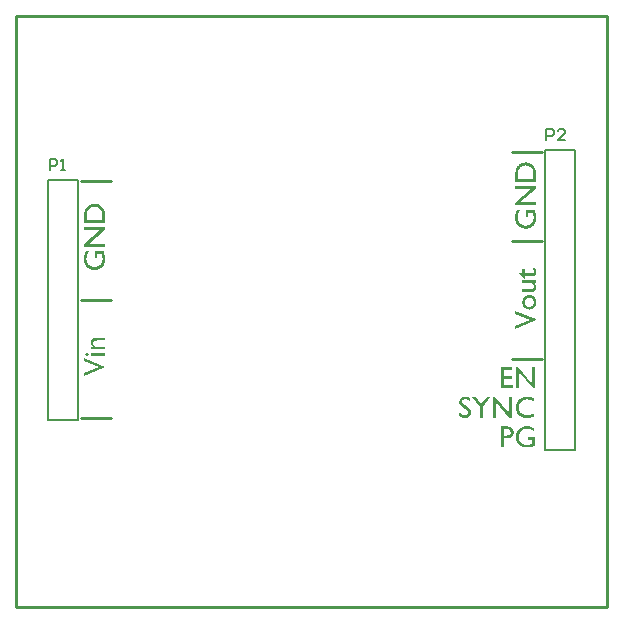
<source format=gto>
%FSLAX25Y25*%
%MOIN*%
G70*
G01*
G75*
G04 Layer_Color=65535*
%ADD10R,0.05906X0.05906*%
%ADD11C,0.05906*%
%ADD12C,0.03937*%
%ADD13C,0.19685*%
%ADD14C,0.01000*%
%ADD15C,0.00787*%
G36*
X370113Y391001D02*
Y390770D01*
X363138Y387795D01*
Y388787D01*
X368026Y390874D01*
X363138Y392949D01*
Y393952D01*
X370113Y391001D01*
D02*
G37*
G36*
X367215Y355458D02*
X367353D01*
X367526Y355435D01*
X367711Y355412D01*
X367918Y355378D01*
X368114Y355332D01*
X368137D01*
X368172Y355320D01*
X368207Y355309D01*
X368322Y355274D01*
X368483Y355228D01*
X368679Y355159D01*
X368898Y355089D01*
X369164Y354986D01*
X369452Y354871D01*
Y353856D01*
X369440Y353867D01*
X369394Y353890D01*
X369325Y353925D01*
X369244Y353971D01*
X369129Y354029D01*
X368991Y354086D01*
X368841Y354156D01*
X368679Y354225D01*
X368495Y354282D01*
X368299Y354352D01*
X367884Y354467D01*
X367665Y354513D01*
X367446Y354548D01*
X367215Y354571D01*
X366984Y354582D01*
X366869D01*
X366800Y354571D01*
X366696Y354559D01*
X366581Y354536D01*
X366454Y354513D01*
X366316Y354490D01*
X366016Y354386D01*
X365855Y354329D01*
X365693Y354248D01*
X365532Y354167D01*
X365370Y354052D01*
X365209Y353937D01*
X365059Y353798D01*
X365047Y353787D01*
X365024Y353764D01*
X364990Y353717D01*
X364944Y353660D01*
X364874Y353591D01*
X364817Y353498D01*
X364748Y353395D01*
X364678Y353268D01*
X364598Y353141D01*
X364528Y352991D01*
X364471Y352841D01*
X364413Y352668D01*
X364356Y352495D01*
X364321Y352299D01*
X364298Y352103D01*
X364286Y351896D01*
Y351884D01*
Y351838D01*
Y351780D01*
X364298Y351700D01*
X364309Y351596D01*
X364333Y351481D01*
X364356Y351354D01*
X364379Y351204D01*
X364471Y350904D01*
X364540Y350743D01*
X364609Y350581D01*
X364702Y350420D01*
X364805Y350258D01*
X364920Y350109D01*
X365059Y349959D01*
X365070Y349947D01*
X365093Y349924D01*
X365140Y349889D01*
X365197Y349843D01*
X365278Y349786D01*
X365370Y349717D01*
X365486Y349659D01*
X365601Y349590D01*
X365739Y349509D01*
X365901Y349451D01*
X366062Y349382D01*
X366247Y349324D01*
X366431Y349278D01*
X366638Y349244D01*
X366846Y349221D01*
X367077Y349209D01*
X367180D01*
X367238Y349221D01*
X367307D01*
X367480Y349244D01*
X367676Y349278D01*
X367918Y349324D01*
X368195Y349382D01*
X368495Y349474D01*
X368599Y349509D01*
Y350962D01*
X367261D01*
Y351850D01*
X369590D01*
Y348898D01*
X369579Y348886D01*
X369532Y348875D01*
X369463Y348852D01*
X369371Y348817D01*
X369256Y348771D01*
X369117Y348725D01*
X368956Y348679D01*
X368783Y348621D01*
X368599Y348575D01*
X368403Y348517D01*
X367976Y348437D01*
X367515Y348368D01*
X367273Y348356D01*
X367042Y348344D01*
X366961D01*
X366881Y348356D01*
X366754D01*
X366615Y348379D01*
X366442Y348402D01*
X366258Y348425D01*
X366051Y348471D01*
X365831Y348529D01*
X365612Y348587D01*
X365382Y348667D01*
X365151Y348771D01*
X364920Y348886D01*
X364702Y349013D01*
X364482Y349175D01*
X364286Y349348D01*
X364275Y349359D01*
X364240Y349394D01*
X364194Y349451D01*
X364125Y349532D01*
X364044Y349624D01*
X363964Y349740D01*
X363871Y349878D01*
X363779Y350039D01*
X363675Y350212D01*
X363583Y350397D01*
X363502Y350604D01*
X363422Y350823D01*
X363352Y351054D01*
X363306Y351308D01*
X363272Y351561D01*
X363260Y351838D01*
Y351861D01*
Y351907D01*
X363272Y351988D01*
Y352103D01*
X363295Y352230D01*
X363318Y352380D01*
X363352Y352553D01*
X363399Y352749D01*
X363445Y352945D01*
X363514Y353152D01*
X363606Y353372D01*
X363710Y353591D01*
X363825Y353810D01*
X363975Y354029D01*
X364137Y354236D01*
X364321Y354432D01*
X364333Y354444D01*
X364367Y354479D01*
X364436Y354525D01*
X364517Y354594D01*
X364621Y354675D01*
X364748Y354767D01*
X364886Y354859D01*
X365059Y354951D01*
X365243Y355043D01*
X365451Y355147D01*
X365670Y355228D01*
X365901Y355309D01*
X366154Y355378D01*
X366419Y355424D01*
X366708Y355458D01*
X366996Y355470D01*
X367100D01*
X367215Y355458D01*
D02*
G37*
G36*
X360631Y355355D02*
X360724D01*
X360816Y355343D01*
X361035Y355297D01*
X361289Y355239D01*
X361554Y355136D01*
X361819Y355009D01*
X361934Y354917D01*
X362050Y354824D01*
X362061Y354813D01*
X362073Y354801D01*
X362107Y354767D01*
X362142Y354732D01*
X362188Y354675D01*
X362234Y354605D01*
X362349Y354444D01*
X362465Y354236D01*
X362557Y353994D01*
X362626Y353706D01*
X362638Y353544D01*
X362649Y353383D01*
Y353372D01*
Y353360D01*
Y353326D01*
Y353279D01*
X362638Y353164D01*
X362614Y353026D01*
X362568Y352853D01*
X362522Y352680D01*
X362442Y352495D01*
X362338Y352311D01*
X362326Y352288D01*
X362280Y352242D01*
X362211Y352149D01*
X362119Y352057D01*
X362003Y351942D01*
X361865Y351838D01*
X361692Y351734D01*
X361508Y351642D01*
X361485Y351630D01*
X361450Y351619D01*
X361415Y351607D01*
X361358Y351596D01*
X361289Y351573D01*
X361219Y351561D01*
X361127Y351538D01*
X361023Y351515D01*
X360908Y351504D01*
X360654Y351469D01*
X360343Y351446D01*
X359997Y351434D01*
X359271D01*
Y348425D01*
X358268D01*
Y355366D01*
X360562D01*
X360631Y355355D01*
D02*
G37*
G36*
X369883Y408007D02*
X369917Y407938D01*
X369963Y407834D01*
X370010Y407685D01*
X370067Y407523D01*
X370113Y407327D01*
X370148Y407120D01*
X370160Y406889D01*
Y406877D01*
Y406866D01*
Y406831D01*
X370148Y406785D01*
X370136Y406670D01*
X370113Y406531D01*
X370067Y406359D01*
X370010Y406186D01*
X369917Y406013D01*
X369802Y405851D01*
X369779Y405828D01*
X369733Y405782D01*
X369652Y405701D01*
X369560Y405632D01*
X369548D01*
X369537Y405621D01*
X369502Y405609D01*
X369468Y405586D01*
X369352Y405540D01*
X369202Y405494D01*
X369191D01*
X369156Y405482D01*
X369099D01*
X369006Y405471D01*
X368891Y405459D01*
X368741D01*
X368568Y405448D01*
X366320D01*
Y404652D01*
X366239D01*
X364556Y406347D01*
X365501D01*
Y407800D01*
X366320D01*
Y406347D01*
X368637D01*
X368684Y406359D01*
X368810Y406382D01*
X368949Y406428D01*
X369099Y406508D01*
X369214Y406624D01*
X369272Y406693D01*
X369306Y406785D01*
X369329Y406877D01*
X369341Y406993D01*
Y407016D01*
Y407073D01*
X369329Y407177D01*
X369306Y407304D01*
X369260Y407454D01*
X369214Y407638D01*
X369133Y407823D01*
X369029Y408030D01*
X369871D01*
X369883Y408007D01*
D02*
G37*
G36*
X370079Y403130D02*
X369491D01*
X369502Y403119D01*
X369548Y403073D01*
X369606Y403015D01*
X369675Y402934D01*
X369756Y402830D01*
X369837Y402727D01*
X369917Y402600D01*
X369987Y402461D01*
X369998Y402450D01*
X370010Y402404D01*
X370044Y402323D01*
X370067Y402231D01*
X370102Y402115D01*
X370136Y402000D01*
X370148Y401862D01*
X370160Y401723D01*
Y401700D01*
Y401654D01*
X370148Y401562D01*
X370136Y401458D01*
X370113Y401332D01*
X370067Y401193D01*
X370021Y401055D01*
X369952Y400916D01*
X369940Y400905D01*
X369906Y400859D01*
X369860Y400790D01*
X369791Y400709D01*
X369710Y400617D01*
X369606Y400524D01*
X369491Y400444D01*
X369364Y400363D01*
X369341Y400351D01*
X369295Y400340D01*
X369202Y400305D01*
X369076Y400271D01*
X368903Y400236D01*
X368684Y400213D01*
X368430Y400190D01*
X368292Y400178D01*
X365501D01*
Y401078D01*
X368234D01*
X368361Y401089D01*
X368511Y401101D01*
X368672Y401124D01*
X368845Y401170D01*
X368995Y401216D01*
X369122Y401285D01*
X369133Y401297D01*
X369168Y401332D01*
X369214Y401378D01*
X369260Y401458D01*
X369306Y401551D01*
X369352Y401677D01*
X369387Y401827D01*
X369398Y402012D01*
Y402023D01*
Y402046D01*
Y402081D01*
X369387Y402127D01*
X369364Y402242D01*
X369318Y402404D01*
X369249Y402577D01*
X369133Y402761D01*
X369064Y402853D01*
X368983Y402946D01*
X368880Y403038D01*
X368776Y403130D01*
X365501D01*
Y404030D01*
X370079D01*
Y403130D01*
D02*
G37*
G36*
X368026Y399187D02*
X368119Y399175D01*
X368211Y399164D01*
X368326Y399141D01*
X368442Y399106D01*
X368707Y399026D01*
X368845Y398968D01*
X368983Y398899D01*
X369122Y398818D01*
X369249Y398726D01*
X369387Y398622D01*
X369514Y398495D01*
X369525Y398484D01*
X369537Y398461D01*
X369571Y398426D01*
X369618Y398368D01*
X369664Y398299D01*
X369721Y398218D01*
X369779Y398126D01*
X369837Y398011D01*
X369894Y397884D01*
X369952Y397757D01*
X370056Y397457D01*
X370136Y397112D01*
X370148Y396927D01*
X370160Y396731D01*
Y396720D01*
Y396685D01*
Y396627D01*
X370148Y396558D01*
X370136Y396466D01*
X370125Y396362D01*
X370102Y396247D01*
X370079Y396131D01*
X369998Y395855D01*
X369940Y395705D01*
X369883Y395567D01*
X369802Y395417D01*
X369721Y395278D01*
X369618Y395140D01*
X369502Y395002D01*
X369491Y394990D01*
X369468Y394967D01*
X369433Y394944D01*
X369387Y394898D01*
X369318Y394840D01*
X369237Y394782D01*
X369145Y394725D01*
X369041Y394667D01*
X368926Y394598D01*
X368799Y394540D01*
X368522Y394425D01*
X368361Y394379D01*
X368199Y394356D01*
X368026Y394333D01*
X367842Y394321D01*
X367750D01*
X367669Y394333D01*
X367588Y394344D01*
X367484Y394356D01*
X367381Y394379D01*
X367254Y394413D01*
X366989Y394494D01*
X366850Y394552D01*
X366712Y394609D01*
X366574Y394690D01*
X366435Y394782D01*
X366297Y394886D01*
X366170Y395013D01*
X366159Y395025D01*
X366136Y395048D01*
X366112Y395082D01*
X366066Y395140D01*
X366009Y395209D01*
X365951Y395290D01*
X365893Y395382D01*
X365824Y395497D01*
X365767Y395613D01*
X365709Y395751D01*
X365594Y396051D01*
X365547Y396212D01*
X365524Y396385D01*
X365501Y396570D01*
X365490Y396766D01*
Y396777D01*
Y396812D01*
Y396869D01*
X365501Y396939D01*
X365513Y397031D01*
X365524Y397135D01*
X365547Y397250D01*
X365570Y397377D01*
X365651Y397653D01*
X365709Y397792D01*
X365778Y397942D01*
X365859Y398092D01*
X365939Y398230D01*
X366055Y398368D01*
X366170Y398507D01*
X366182Y398518D01*
X366205Y398541D01*
X366239Y398576D01*
X366297Y398610D01*
X366355Y398668D01*
X366435Y398726D01*
X366528Y398783D01*
X366631Y398853D01*
X366758Y398922D01*
X366885Y398979D01*
X367173Y399095D01*
X367335Y399129D01*
X367496Y399164D01*
X367681Y399187D01*
X367865Y399199D01*
X367957D01*
X368026Y399187D01*
D02*
G37*
G36*
X362094Y358268D02*
X361230D01*
X356606Y363606D01*
Y358268D01*
X355672D01*
Y365209D01*
X356468D01*
X361149Y359813D01*
Y365209D01*
X362094D01*
Y358268D01*
D02*
G37*
G36*
X369821Y368110D02*
X368956D01*
X364333Y373449D01*
Y368110D01*
X363399D01*
Y375051D01*
X364194D01*
X368875Y369655D01*
Y375051D01*
X369821D01*
Y368110D01*
D02*
G37*
G36*
X362211Y374164D02*
X359259D01*
Y372042D01*
X362107D01*
Y371154D01*
X359259D01*
Y368998D01*
X362303D01*
Y368110D01*
X358268D01*
Y375051D01*
X362211D01*
Y374164D01*
D02*
G37*
G36*
X346679Y365301D02*
X346760D01*
X346840Y365289D01*
X347059Y365255D01*
X347302Y365197D01*
X347578Y365105D01*
X347855Y364978D01*
X347993Y364909D01*
X348132Y364817D01*
Y363687D01*
X348120Y363698D01*
X348097Y363721D01*
X348051Y363756D01*
X348005Y363802D01*
X347924Y363860D01*
X347843Y363917D01*
X347751Y363987D01*
X347647Y364056D01*
X347405Y364183D01*
X347129Y364298D01*
X346979Y364344D01*
X346829Y364379D01*
X346667Y364402D01*
X346506Y364413D01*
X346425D01*
X346333Y364402D01*
X346229Y364390D01*
X346102Y364356D01*
X345964Y364321D01*
X345837Y364263D01*
X345710Y364183D01*
X345699Y364171D01*
X345664Y364148D01*
X345607Y364090D01*
X345561Y364033D01*
X345503Y363941D01*
X345445Y363848D01*
X345411Y363733D01*
X345399Y363606D01*
Y363595D01*
Y363548D01*
X345411Y363491D01*
X345434Y363422D01*
X345457Y363329D01*
X345491Y363226D01*
X345549Y363122D01*
X345630Y363018D01*
X345641Y363007D01*
X345676Y362972D01*
X345733Y362914D01*
X345814Y362845D01*
X345918Y362764D01*
X346045Y362672D01*
X346195Y362568D01*
X346379Y362453D01*
X347129Y362003D01*
X347140Y361992D01*
X347186Y361969D01*
X347244Y361923D01*
X347325Y361865D01*
X347428Y361796D01*
X347532Y361704D01*
X347647Y361600D01*
X347774Y361473D01*
X347889Y361346D01*
X348005Y361196D01*
X348109Y361035D01*
X348212Y360862D01*
X348293Y360678D01*
X348351Y360493D01*
X348397Y360285D01*
X348408Y360066D01*
Y360055D01*
Y360032D01*
Y359986D01*
X348397Y359928D01*
Y359859D01*
X348374Y359778D01*
X348339Y359582D01*
X348270Y359363D01*
X348166Y359133D01*
X348109Y359029D01*
X348028Y358913D01*
X347947Y358810D01*
X347843Y358706D01*
X347832D01*
X347820Y358683D01*
X347786Y358660D01*
X347740Y358625D01*
X347693Y358591D01*
X347624Y358544D01*
X347451Y358452D01*
X347244Y358348D01*
X347002Y358268D01*
X346713Y358210D01*
X346552Y358198D01*
X346391Y358187D01*
X346287D01*
X346218Y358198D01*
X346126Y358210D01*
X346022Y358222D01*
X345906Y358245D01*
X345768Y358268D01*
X345480Y358337D01*
X345168Y358452D01*
X345007Y358521D01*
X344846Y358602D01*
X344684Y358706D01*
X344523Y358810D01*
Y360078D01*
X344534Y360066D01*
X344557Y360032D01*
X344603Y359986D01*
X344661Y359916D01*
X344742Y359847D01*
X344834Y359755D01*
X344938Y359663D01*
X345053Y359571D01*
X345180Y359478D01*
X345330Y359386D01*
X345480Y359294D01*
X345641Y359225D01*
X345814Y359156D01*
X345999Y359109D01*
X346183Y359075D01*
X346379Y359063D01*
X346460D01*
X346540Y359075D01*
X346656Y359098D01*
X346783Y359121D01*
X346909Y359167D01*
X347036Y359236D01*
X347163Y359317D01*
X347175Y359329D01*
X347209Y359363D01*
X347267Y359421D01*
X347325Y359501D01*
X347371Y359594D01*
X347428Y359709D01*
X347463Y359836D01*
X347475Y359974D01*
Y359986D01*
Y359997D01*
Y360032D01*
X347463Y360078D01*
X347428Y360205D01*
X347359Y360366D01*
X347313Y360447D01*
X347255Y360551D01*
X347175Y360643D01*
X347082Y360747D01*
X346979Y360850D01*
X346852Y360954D01*
X346713Y361069D01*
X346552Y361173D01*
X345791Y361634D01*
X345780D01*
X345757Y361658D01*
X345722Y361681D01*
X345676Y361715D01*
X345549Y361796D01*
X345399Y361911D01*
X345238Y362038D01*
X345076Y362176D01*
X344915Y362338D01*
X344788Y362488D01*
X344776Y362511D01*
X344742Y362568D01*
X344696Y362649D01*
X344638Y362764D01*
X344580Y362914D01*
X344534Y363076D01*
X344500Y363260D01*
X344488Y363456D01*
Y363468D01*
Y363491D01*
Y363537D01*
X344500Y363595D01*
X344511Y363664D01*
X344523Y363744D01*
X344557Y363941D01*
X344626Y364148D01*
X344730Y364367D01*
X344788Y364482D01*
X344869Y364586D01*
X344949Y364690D01*
X345053Y364794D01*
X345065Y364805D01*
X345076Y364817D01*
X345111Y364840D01*
X345157Y364874D01*
X345215Y364909D01*
X345284Y364955D01*
X345445Y365059D01*
X345664Y365151D01*
X345918Y365232D01*
X346206Y365289D01*
X346368Y365313D01*
X346610D01*
X346679Y365301D01*
D02*
G37*
G36*
X367260D02*
X367364D01*
X367479Y365278D01*
X367617Y365266D01*
X367779Y365243D01*
X367952Y365209D01*
X368136Y365174D01*
X368344Y365128D01*
X368551Y365070D01*
X368770Y365013D01*
X369012Y364932D01*
X369255Y364851D01*
X369497Y364748D01*
Y363675D01*
X369485Y363687D01*
X369439Y363710D01*
X369381Y363744D01*
X369289Y363779D01*
X369174Y363837D01*
X369047Y363894D01*
X368897Y363952D01*
X368736Y364021D01*
X368563Y364090D01*
X368378Y364148D01*
X367975Y364263D01*
X367767Y364298D01*
X367548Y364333D01*
X367329Y364356D01*
X367110Y364367D01*
X366995D01*
X366914Y364356D01*
X366810Y364344D01*
X366695Y364333D01*
X366557Y364309D01*
X366418Y364275D01*
X366095Y364183D01*
X365934Y364125D01*
X365773Y364044D01*
X365600Y363964D01*
X365438Y363860D01*
X365277Y363744D01*
X365127Y363606D01*
X365115Y363595D01*
X365092Y363572D01*
X365058Y363525D01*
X365000Y363468D01*
X364942Y363399D01*
X364885Y363306D01*
X364804Y363203D01*
X364735Y363087D01*
X364666Y362960D01*
X364597Y362810D01*
X364527Y362661D01*
X364470Y362488D01*
X364412Y362315D01*
X364377Y362130D01*
X364354Y361923D01*
X364343Y361715D01*
Y361704D01*
Y361669D01*
Y361600D01*
X364354Y361519D01*
X364366Y361427D01*
X364389Y361312D01*
X364412Y361185D01*
X364435Y361047D01*
X364527Y360747D01*
X364597Y360585D01*
X364666Y360435D01*
X364758Y360274D01*
X364862Y360113D01*
X364977Y359963D01*
X365115Y359824D01*
X365127Y359813D01*
X365150Y359790D01*
X365196Y359755D01*
X365254Y359709D01*
X365334Y359651D01*
X365427Y359594D01*
X365530Y359524D01*
X365657Y359467D01*
X365784Y359398D01*
X365934Y359329D01*
X366107Y359271D01*
X366280Y359213D01*
X366464Y359167D01*
X366660Y359133D01*
X366879Y359109D01*
X367098Y359098D01*
X367225D01*
X367318Y359109D01*
X367433Y359121D01*
X367560Y359144D01*
X367710Y359167D01*
X367883Y359190D01*
X368056Y359236D01*
X368251Y359282D01*
X368459Y359351D01*
X368667Y359421D01*
X368886Y359513D01*
X369116Y359617D01*
X369335Y359732D01*
X369566Y359870D01*
Y358775D01*
X369554Y358764D01*
X369520Y358752D01*
X369451Y358717D01*
X369370Y358683D01*
X369266Y358637D01*
X369139Y358591D01*
X369001Y358533D01*
X368840Y358487D01*
X368667Y358429D01*
X368471Y358371D01*
X368263Y358325D01*
X368044Y358279D01*
X367802Y358245D01*
X367560Y358210D01*
X367306Y358198D01*
X367041Y358187D01*
X366926D01*
X366845Y358198D01*
X366741D01*
X366626Y358210D01*
X366499Y358222D01*
X366361Y358245D01*
X366049Y358302D01*
X365715Y358383D01*
X365381Y358498D01*
X365058Y358648D01*
X365046Y358660D01*
X365023Y358671D01*
X364977Y358694D01*
X364919Y358740D01*
X364862Y358787D01*
X364781Y358844D01*
X364597Y358983D01*
X364389Y359167D01*
X364181Y359398D01*
X363974Y359651D01*
X363778Y359940D01*
Y359951D01*
X363755Y359974D01*
X363732Y360020D01*
X363709Y360078D01*
X363674Y360159D01*
X363628Y360251D01*
X363593Y360355D01*
X363547Y360470D01*
X363467Y360735D01*
X363386Y361035D01*
X363340Y361369D01*
X363317Y361715D01*
Y361738D01*
Y361784D01*
X363328Y361865D01*
Y361969D01*
X363351Y362096D01*
X363374Y362257D01*
X363409Y362419D01*
X363455Y362603D01*
X363513Y362799D01*
X363582Y363007D01*
X363663Y363226D01*
X363766Y363433D01*
X363893Y363652D01*
X364032Y363871D01*
X364205Y364079D01*
X364389Y364275D01*
X364401Y364286D01*
X364435Y364321D01*
X364504Y364367D01*
X364585Y364436D01*
X364689Y364517D01*
X364816Y364609D01*
X364966Y364702D01*
X365127Y364794D01*
X365311Y364886D01*
X365519Y364990D01*
X365738Y365070D01*
X365980Y365151D01*
X366222Y365220D01*
X366487Y365266D01*
X366776Y365301D01*
X367064Y365313D01*
X367179D01*
X367260Y365301D01*
D02*
G37*
G36*
X352306Y361934D02*
Y358268D01*
X351291D01*
Y361934D01*
X348731Y365209D01*
X349930D01*
X351775Y362810D01*
X353655Y365209D01*
X354877D01*
X352306Y361934D01*
D02*
G37*
G36*
X220498Y379830D02*
X220544Y379819D01*
X220671Y379772D01*
X220740Y379738D01*
X220797Y379680D01*
X220809Y379669D01*
X220820Y379657D01*
X220844Y379622D01*
X220867Y379576D01*
X220924Y379450D01*
X220936Y379369D01*
X220947Y379288D01*
Y379276D01*
Y379254D01*
X220936Y379219D01*
X220924Y379161D01*
X220878Y379046D01*
X220844Y378977D01*
X220786Y378919D01*
X220774Y378908D01*
X220751Y378896D01*
X220728Y378873D01*
X220682Y378850D01*
X220567Y378792D01*
X220498Y378781D01*
X220417Y378769D01*
X220382D01*
X220348Y378781D01*
X220290Y378792D01*
X220175Y378838D01*
X220106Y378873D01*
X220048Y378919D01*
X220037Y378931D01*
X220025Y378954D01*
X219990Y378977D01*
X219956Y379023D01*
X219898Y379138D01*
X219887Y379207D01*
X219875Y379288D01*
Y379300D01*
Y379323D01*
X219887Y379369D01*
X219898Y379426D01*
X219944Y379553D01*
X219979Y379622D01*
X220037Y379680D01*
X220048Y379692D01*
X220059Y379703D01*
X220094Y379726D01*
X220140Y379761D01*
X220255Y379819D01*
X220336Y379830D01*
X220417Y379841D01*
X220451D01*
X220498Y379830D01*
D02*
G37*
G36*
X226378Y420855D02*
X221040Y416232D01*
X226378D01*
Y415298D01*
X219437D01*
Y416093D01*
X224833Y420774D01*
X219437D01*
Y421720D01*
X226378D01*
Y420855D01*
D02*
G37*
G36*
Y378850D02*
X221800D01*
Y379749D01*
X226378D01*
Y378850D01*
D02*
G37*
G36*
X225917Y413799D02*
X225928Y413753D01*
X225951Y413683D01*
X225986Y413591D01*
X226032Y413476D01*
X226078Y413338D01*
X226124Y413176D01*
X226182Y413003D01*
X226228Y412819D01*
X226286Y412623D01*
X226366Y412196D01*
X226436Y411735D01*
X226447Y411493D01*
X226459Y411262D01*
Y411239D01*
Y411181D01*
X226447Y411101D01*
Y410974D01*
X226424Y410836D01*
X226401Y410663D01*
X226378Y410478D01*
X226332Y410271D01*
X226274Y410051D01*
X226217Y409832D01*
X226136Y409602D01*
X226032Y409371D01*
X225917Y409141D01*
X225790Y408922D01*
X225628Y408703D01*
X225455Y408506D01*
X225444Y408495D01*
X225409Y408460D01*
X225352Y408414D01*
X225271Y408345D01*
X225179Y408264D01*
X225063Y408184D01*
X224925Y408091D01*
X224764Y407999D01*
X224591Y407895D01*
X224406Y407803D01*
X224199Y407722D01*
X223980Y407642D01*
X223749Y407573D01*
X223495Y407526D01*
X223242Y407492D01*
X222965Y407480D01*
X222896D01*
X222815Y407492D01*
X222700D01*
X222573Y407515D01*
X222423Y407538D01*
X222250Y407573D01*
X222054Y407619D01*
X221858Y407665D01*
X221651Y407734D01*
X221432Y407826D01*
X221213Y407930D01*
X220993Y408045D01*
X220774Y408195D01*
X220567Y408357D01*
X220371Y408541D01*
X220359Y408553D01*
X220325Y408587D01*
X220279Y408656D01*
X220209Y408737D01*
X220129Y408841D01*
X220037Y408968D01*
X219944Y409106D01*
X219852Y409279D01*
X219760Y409464D01*
X219656Y409671D01*
X219575Y409890D01*
X219495Y410121D01*
X219425Y410374D01*
X219379Y410639D01*
X219345Y410928D01*
X219333Y411216D01*
Y411228D01*
Y411239D01*
Y411274D01*
Y411320D01*
X219345Y411435D01*
Y411574D01*
X219368Y411746D01*
X219391Y411931D01*
X219425Y412138D01*
X219472Y412334D01*
Y412346D01*
Y412358D01*
X219483Y412392D01*
X219495Y412427D01*
X219529Y412542D01*
X219575Y412703D01*
X219644Y412899D01*
X219714Y413119D01*
X219817Y413384D01*
X219933Y413672D01*
X220947D01*
X220936Y413660D01*
X220913Y413614D01*
X220878Y413545D01*
X220832Y413464D01*
X220774Y413349D01*
X220717Y413211D01*
X220648Y413061D01*
X220578Y412899D01*
X220521Y412715D01*
X220451Y412519D01*
X220336Y412104D01*
X220290Y411885D01*
X220255Y411666D01*
X220233Y411435D01*
X220221Y411204D01*
Y411193D01*
Y411158D01*
Y411089D01*
X220233Y411020D01*
X220244Y410916D01*
X220267Y410801D01*
X220290Y410674D01*
X220313Y410536D01*
X220417Y410236D01*
X220475Y410075D01*
X220555Y409913D01*
X220636Y409752D01*
X220751Y409590D01*
X220867Y409429D01*
X221005Y409279D01*
X221017Y409268D01*
X221040Y409244D01*
X221086Y409210D01*
X221143Y409164D01*
X221213Y409094D01*
X221305Y409037D01*
X221409Y408968D01*
X221535Y408898D01*
X221662Y408818D01*
X221812Y408749D01*
X221962Y408691D01*
X222135Y408633D01*
X222308Y408576D01*
X222504Y408541D01*
X222700Y408518D01*
X222907Y408506D01*
X223023D01*
X223103Y408518D01*
X223207Y408530D01*
X223323Y408553D01*
X223449Y408576D01*
X223599Y408599D01*
X223899Y408691D01*
X224060Y408760D01*
X224222Y408829D01*
X224383Y408922D01*
X224545Y409025D01*
X224695Y409141D01*
X224845Y409279D01*
X224856Y409291D01*
X224879Y409314D01*
X224914Y409360D01*
X224960Y409417D01*
X225017Y409498D01*
X225087Y409590D01*
X225144Y409706D01*
X225213Y409821D01*
X225294Y409959D01*
X225352Y410121D01*
X225421Y410282D01*
X225479Y410467D01*
X225525Y410651D01*
X225559Y410859D01*
X225582Y411066D01*
X225594Y411297D01*
Y411308D01*
Y411320D01*
Y411354D01*
Y411401D01*
X225582Y411458D01*
Y411527D01*
X225559Y411700D01*
X225525Y411896D01*
X225479Y412138D01*
X225421Y412415D01*
X225329Y412715D01*
X225294Y412819D01*
X223841D01*
Y411481D01*
X222954D01*
Y413810D01*
X225905D01*
X225917Y413799D01*
D02*
G37*
G36*
X226378Y384004D02*
X223668D01*
X223553Y383992D01*
X223403Y383981D01*
X223242Y383946D01*
X223069Y383912D01*
X222919Y383854D01*
X222792Y383785D01*
X222781Y383773D01*
X222746Y383739D01*
X222688Y383693D01*
X222631Y383612D01*
X222585Y383508D01*
X222527Y383381D01*
X222492Y383231D01*
X222481Y383058D01*
Y383047D01*
Y383035D01*
Y383001D01*
X222492Y382955D01*
X222515Y382839D01*
X222562Y382689D01*
X222642Y382517D01*
X222758Y382332D01*
X222827Y382240D01*
X222907Y382148D01*
X223011Y382067D01*
X223127Y381975D01*
X226378D01*
Y381052D01*
X221800D01*
Y381975D01*
X222400D01*
X222389Y381986D01*
X222365Y381998D01*
X222342Y382032D01*
X222296Y382078D01*
X222239Y382136D01*
X222181Y382205D01*
X222054Y382367D01*
X221939Y382574D01*
X221824Y382805D01*
X221778Y382932D01*
X221754Y383070D01*
X221731Y383208D01*
X221720Y383347D01*
Y383370D01*
Y383416D01*
X221731Y383496D01*
X221743Y383612D01*
X221778Y383727D01*
X221812Y383865D01*
X221870Y384004D01*
X221950Y384142D01*
X221962Y384154D01*
X221985Y384200D01*
X222043Y384269D01*
X222112Y384350D01*
X222193Y384442D01*
X222296Y384534D01*
X222423Y384627D01*
X222562Y384707D01*
X222585Y384719D01*
X222631Y384742D01*
X222723Y384765D01*
X222850Y384811D01*
X223023Y384845D01*
X223230Y384869D01*
X223484Y384892D01*
X223772Y384903D01*
X226378D01*
Y384004D01*
D02*
G37*
G36*
X226413Y375253D02*
Y375022D01*
X219437Y372047D01*
Y373039D01*
X224326Y375126D01*
X219437Y377201D01*
Y378204D01*
X226413Y375253D01*
D02*
G37*
G36*
X369618Y427578D02*
X369629Y427532D01*
X369652Y427463D01*
X369687Y427371D01*
X369733Y427255D01*
X369779Y427117D01*
X369825Y426956D01*
X369883Y426783D01*
X369929Y426598D01*
X369987Y426402D01*
X370067Y425976D01*
X370136Y425514D01*
X370148Y425272D01*
X370160Y425042D01*
Y425019D01*
Y424961D01*
X370148Y424880D01*
Y424753D01*
X370125Y424615D01*
X370102Y424442D01*
X370079Y424258D01*
X370033Y424050D01*
X369975Y423831D01*
X369917Y423612D01*
X369837Y423381D01*
X369733Y423151D01*
X369618Y422920D01*
X369491Y422701D01*
X369329Y422482D01*
X369156Y422286D01*
X369145Y422274D01*
X369110Y422240D01*
X369053Y422194D01*
X368972Y422125D01*
X368880Y422044D01*
X368764Y421963D01*
X368626Y421871D01*
X368464Y421779D01*
X368292Y421675D01*
X368107Y421583D01*
X367900Y421502D01*
X367681Y421421D01*
X367450Y421352D01*
X367196Y421306D01*
X366943Y421271D01*
X366666Y421260D01*
X366597D01*
X366516Y421271D01*
X366401D01*
X366274Y421294D01*
X366124Y421317D01*
X365951Y421352D01*
X365755Y421398D01*
X365559Y421444D01*
X365351Y421514D01*
X365132Y421606D01*
X364913Y421709D01*
X364694Y421825D01*
X364475Y421975D01*
X364268Y422136D01*
X364072Y422321D01*
X364060Y422332D01*
X364025Y422367D01*
X363979Y422436D01*
X363910Y422517D01*
X363829Y422620D01*
X363737Y422747D01*
X363645Y422886D01*
X363553Y423059D01*
X363460Y423243D01*
X363357Y423451D01*
X363276Y423670D01*
X363195Y423900D01*
X363126Y424154D01*
X363080Y424419D01*
X363045Y424707D01*
X363034Y424996D01*
Y425007D01*
Y425019D01*
Y425053D01*
Y425099D01*
X363045Y425215D01*
Y425353D01*
X363069Y425526D01*
X363092Y425710D01*
X363126Y425918D01*
X363172Y426114D01*
Y426125D01*
Y426137D01*
X363184Y426172D01*
X363195Y426206D01*
X363230Y426322D01*
X363276Y426483D01*
X363345Y426679D01*
X363414Y426898D01*
X363518Y427163D01*
X363633Y427452D01*
X364648D01*
X364637Y427440D01*
X364614Y427394D01*
X364579Y427325D01*
X364533Y427244D01*
X364475Y427129D01*
X364418Y426990D01*
X364348Y426840D01*
X364279Y426679D01*
X364222Y426495D01*
X364152Y426298D01*
X364037Y425883D01*
X363991Y425664D01*
X363956Y425445D01*
X363933Y425215D01*
X363922Y424984D01*
Y424972D01*
Y424938D01*
Y424869D01*
X363933Y424799D01*
X363945Y424696D01*
X363968Y424580D01*
X363991Y424454D01*
X364014Y424315D01*
X364118Y424016D01*
X364175Y423854D01*
X364256Y423693D01*
X364337Y423531D01*
X364452Y423370D01*
X364567Y423208D01*
X364706Y423059D01*
X364717Y423047D01*
X364740Y423024D01*
X364787Y422989D01*
X364844Y422943D01*
X364913Y422874D01*
X365005Y422816D01*
X365109Y422747D01*
X365236Y422678D01*
X365363Y422597D01*
X365513Y422528D01*
X365663Y422471D01*
X365836Y422413D01*
X366009Y422355D01*
X366205Y422321D01*
X366401Y422297D01*
X366608Y422286D01*
X366723D01*
X366804Y422297D01*
X366908Y422309D01*
X367023Y422332D01*
X367150Y422355D01*
X367300Y422378D01*
X367600Y422471D01*
X367761Y422540D01*
X367923Y422609D01*
X368084Y422701D01*
X368246Y422805D01*
X368395Y422920D01*
X368545Y423059D01*
X368557Y423070D01*
X368580Y423093D01*
X368614Y423139D01*
X368661Y423197D01*
X368718Y423278D01*
X368787Y423370D01*
X368845Y423485D01*
X368914Y423600D01*
X368995Y423739D01*
X369053Y423900D01*
X369122Y424062D01*
X369179Y424246D01*
X369226Y424431D01*
X369260Y424638D01*
X369283Y424846D01*
X369295Y425076D01*
Y425088D01*
Y425099D01*
Y425134D01*
Y425180D01*
X369283Y425238D01*
Y425307D01*
X369260Y425480D01*
X369226Y425676D01*
X369179Y425918D01*
X369122Y426195D01*
X369029Y426495D01*
X368995Y426598D01*
X367542D01*
Y425261D01*
X366654D01*
Y427590D01*
X369606D01*
X369618Y427578D01*
D02*
G37*
G36*
X370079Y434635D02*
X364740Y430011D01*
X370079D01*
Y429077D01*
X363138D01*
Y429873D01*
X368534Y434554D01*
X363138D01*
Y435499D01*
X370079D01*
Y434635D01*
D02*
G37*
G36*
X223103Y429595D02*
X223173D01*
X223346Y429572D01*
X223553Y429537D01*
X223784Y429491D01*
X224014Y429422D01*
X224256Y429330D01*
X224268D01*
X224279Y429318D01*
X224314Y429307D01*
X224360Y429284D01*
X224487Y429214D01*
X224637Y429134D01*
X224810Y429030D01*
X224994Y428892D01*
X225190Y428742D01*
X225375Y428569D01*
X225398Y428546D01*
X225455Y428476D01*
X225548Y428373D01*
X225652Y428234D01*
X225778Y428061D01*
X225905Y427854D01*
X226021Y427623D01*
X226124Y427381D01*
X226136Y427370D01*
X226147Y427312D01*
X226170Y427243D01*
X226205Y427139D01*
X226240Y427035D01*
X226274Y426908D01*
X226332Y426655D01*
Y426643D01*
X226343Y426585D01*
Y426505D01*
X226355Y426378D01*
Y426297D01*
X226366Y426205D01*
Y426113D01*
Y425997D01*
X226378Y425871D01*
Y425732D01*
Y425571D01*
Y425410D01*
Y423207D01*
X219437D01*
Y425548D01*
Y425559D01*
Y425605D01*
Y425686D01*
X219448Y425778D01*
Y425905D01*
X219460Y426044D01*
X219472Y426194D01*
X219495Y426366D01*
X219541Y426724D01*
X219621Y427093D01*
X219725Y427462D01*
X219783Y427635D01*
X219864Y427796D01*
Y427808D01*
X219887Y427831D01*
X219910Y427877D01*
X219944Y427935D01*
X219990Y428004D01*
X220037Y428084D01*
X220175Y428269D01*
X220359Y428488D01*
X220578Y428707D01*
X220832Y428915D01*
X221120Y429111D01*
X221132Y429122D01*
X221155Y429134D01*
X221201Y429157D01*
X221270Y429191D01*
X221339Y429226D01*
X221432Y429272D01*
X221535Y429318D01*
X221651Y429364D01*
X221927Y429445D01*
X222227Y429526D01*
X222562Y429583D01*
X222734Y429606D01*
X223034D01*
X223103Y429595D01*
D02*
G37*
G36*
X366804Y443374D02*
X366873D01*
X367046Y443351D01*
X367254Y443317D01*
X367484Y443271D01*
X367715Y443201D01*
X367957Y443109D01*
X367969D01*
X367980Y443098D01*
X368015Y443086D01*
X368061Y443063D01*
X368188Y442994D01*
X368338Y442913D01*
X368511Y442809D01*
X368695Y442671D01*
X368891Y442521D01*
X369076Y442348D01*
X369099Y442325D01*
X369156Y442256D01*
X369249Y442152D01*
X369352Y442014D01*
X369479Y441841D01*
X369606Y441633D01*
X369721Y441403D01*
X369825Y441161D01*
X369837Y441149D01*
X369848Y441091D01*
X369871Y441022D01*
X369906Y440918D01*
X369940Y440815D01*
X369975Y440688D01*
X370033Y440434D01*
Y440423D01*
X370044Y440365D01*
Y440284D01*
X370056Y440158D01*
Y440077D01*
X370067Y439985D01*
Y439892D01*
Y439777D01*
X370079Y439650D01*
Y439512D01*
Y439350D01*
Y439189D01*
Y436987D01*
X363138D01*
Y439327D01*
Y439339D01*
Y439385D01*
Y439466D01*
X363149Y439558D01*
Y439685D01*
X363161Y439823D01*
X363172Y439973D01*
X363195Y440146D01*
X363241Y440503D01*
X363322Y440872D01*
X363426Y441241D01*
X363484Y441414D01*
X363564Y441576D01*
Y441587D01*
X363587Y441610D01*
X363610Y441656D01*
X363645Y441714D01*
X363691Y441783D01*
X363737Y441864D01*
X363876Y442048D01*
X364060Y442268D01*
X364279Y442487D01*
X364533Y442694D01*
X364821Y442890D01*
X364833Y442902D01*
X364856Y442913D01*
X364902Y442936D01*
X364971Y442971D01*
X365040Y443005D01*
X365132Y443051D01*
X365236Y443098D01*
X365351Y443144D01*
X365628Y443224D01*
X365928Y443305D01*
X366262Y443363D01*
X366435Y443386D01*
X366735D01*
X366804Y443374D01*
D02*
G37*
%LPC*%
G36*
X222861Y428580D02*
X222758D01*
X222677Y428569D01*
X222585Y428557D01*
X222469Y428546D01*
X222342Y428523D01*
X222216Y428488D01*
X221927Y428396D01*
X221778Y428338D01*
X221616Y428257D01*
X221466Y428177D01*
X221316Y428073D01*
X221178Y427958D01*
X221040Y427819D01*
X221028Y427808D01*
X220993Y427773D01*
X220947Y427704D01*
X220890Y427635D01*
X220820Y427531D01*
X220751Y427427D01*
X220682Y427300D01*
X220613Y427174D01*
X220601Y427162D01*
X220590Y427116D01*
X220555Y427047D01*
X220521Y426955D01*
X220475Y426851D01*
X220440Y426735D01*
X220382Y426482D01*
Y426470D01*
X220371Y426424D01*
X220359Y426343D01*
X220348Y426228D01*
Y426090D01*
X220336Y425905D01*
X220325Y425698D01*
Y425444D01*
Y424199D01*
X225490D01*
Y425467D01*
Y425479D01*
Y425502D01*
Y425536D01*
Y425594D01*
Y425721D01*
X225479Y425894D01*
X225467Y426078D01*
X225455Y426274D01*
X225432Y426459D01*
X225398Y426632D01*
Y426655D01*
X225375Y426701D01*
X225352Y426782D01*
X225329Y426874D01*
X225294Y426989D01*
X225248Y427104D01*
X225202Y427220D01*
X225144Y427323D01*
X225133Y427335D01*
X225110Y427370D01*
X225075Y427427D01*
X225029Y427496D01*
X224914Y427658D01*
X224752Y427831D01*
X224741Y427842D01*
X224718Y427865D01*
X224672Y427900D01*
X224614Y427946D01*
X224545Y428004D01*
X224452Y428073D01*
X224349Y428130D01*
X224233Y428211D01*
X224107Y428280D01*
X223957Y428338D01*
X223807Y428407D01*
X223634Y428465D01*
X223461Y428511D01*
X223265Y428546D01*
X223069Y428569D01*
X222861Y428580D01*
D02*
G37*
G36*
X367819Y398276D02*
X367761D01*
X367715Y398265D01*
X367588Y398253D01*
X367438Y398218D01*
X367277Y398172D01*
X367092Y398092D01*
X366919Y397976D01*
X366747Y397826D01*
X366723Y397803D01*
X366677Y397746D01*
X366608Y397653D01*
X366528Y397527D01*
X366447Y397365D01*
X366378Y397169D01*
X366332Y396950D01*
X366308Y396708D01*
Y396696D01*
Y396685D01*
Y396650D01*
X366320Y396604D01*
X366332Y396477D01*
X366366Y396339D01*
X366412Y396166D01*
X366493Y395993D01*
X366597Y395809D01*
X366747Y395647D01*
X366770Y395624D01*
X366827Y395578D01*
X366919Y395520D01*
X367046Y395440D01*
X367196Y395359D01*
X367381Y395301D01*
X367600Y395255D01*
X367830Y395232D01*
X367888D01*
X367934Y395244D01*
X368061Y395255D01*
X368211Y395290D01*
X368384Y395336D01*
X368557Y395417D01*
X368741Y395520D01*
X368903Y395659D01*
X368926Y395682D01*
X368972Y395739D01*
X369029Y395832D01*
X369110Y395958D01*
X369191Y396108D01*
X369249Y396304D01*
X369295Y396512D01*
X369318Y396754D01*
Y396766D01*
Y396789D01*
Y396823D01*
X369306Y396869D01*
X369295Y396985D01*
X369260Y397146D01*
X369214Y397319D01*
X369145Y397503D01*
X369041Y397676D01*
X368903Y397849D01*
X368880Y397872D01*
X368822Y397919D01*
X368730Y397988D01*
X368603Y398068D01*
X368453Y398138D01*
X368268Y398207D01*
X368050Y398253D01*
X367819Y398276D01*
D02*
G37*
G36*
X366562Y442360D02*
X366458D01*
X366378Y442348D01*
X366285Y442337D01*
X366170Y442325D01*
X366043Y442302D01*
X365916Y442268D01*
X365628Y442175D01*
X365478Y442118D01*
X365317Y442037D01*
X365167Y441956D01*
X365017Y441852D01*
X364879Y441737D01*
X364740Y441599D01*
X364729Y441587D01*
X364694Y441553D01*
X364648Y441483D01*
X364591Y441414D01*
X364521Y441311D01*
X364452Y441207D01*
X364383Y441080D01*
X364314Y440953D01*
X364302Y440942D01*
X364291Y440895D01*
X364256Y440826D01*
X364222Y440734D01*
X364175Y440630D01*
X364141Y440515D01*
X364083Y440261D01*
Y440250D01*
X364072Y440204D01*
X364060Y440123D01*
X364049Y440008D01*
Y439869D01*
X364037Y439685D01*
X364025Y439477D01*
Y439224D01*
Y437978D01*
X369191D01*
Y439247D01*
Y439258D01*
Y439281D01*
Y439316D01*
Y439373D01*
Y439500D01*
X369179Y439673D01*
X369168Y439858D01*
X369156Y440054D01*
X369133Y440238D01*
X369099Y440411D01*
Y440434D01*
X369076Y440480D01*
X369053Y440561D01*
X369029Y440653D01*
X368995Y440769D01*
X368949Y440884D01*
X368903Y440999D01*
X368845Y441103D01*
X368833Y441115D01*
X368810Y441149D01*
X368776Y441207D01*
X368730Y441276D01*
X368614Y441437D01*
X368453Y441610D01*
X368442Y441622D01*
X368418Y441645D01*
X368372Y441679D01*
X368315Y441726D01*
X368246Y441783D01*
X368153Y441852D01*
X368050Y441910D01*
X367934Y441991D01*
X367807Y442060D01*
X367657Y442118D01*
X367508Y442187D01*
X367335Y442244D01*
X367162Y442291D01*
X366966Y442325D01*
X366770Y442348D01*
X366562Y442360D01*
D02*
G37*
G36*
X360297Y354479D02*
X359271D01*
Y352322D01*
X360458D01*
X360562Y352334D01*
X360701Y352357D01*
X360850Y352392D01*
X361012Y352438D01*
X361162Y352507D01*
X361289Y352599D01*
X361300Y352611D01*
X361346Y352657D01*
X361392Y352714D01*
X361461Y352807D01*
X361519Y352922D01*
X361577Y353072D01*
X361611Y353233D01*
X361623Y353418D01*
Y353429D01*
Y353464D01*
X361611Y353521D01*
X361600Y353579D01*
X361588Y353660D01*
X361554Y353752D01*
X361508Y353844D01*
X361461Y353948D01*
X361392Y354052D01*
X361300Y354144D01*
X361196Y354236D01*
X361069Y354317D01*
X360908Y354386D01*
X360735Y354432D01*
X360528Y354467D01*
X360297Y354479D01*
D02*
G37*
%LPD*%
D14*
X362205Y417323D02*
X372047D01*
X362205Y446850D02*
X372047D01*
X362205Y377953D02*
X372047D01*
X218504Y397638D02*
X228346D01*
X218504Y358268D02*
X228346D01*
X218504Y437008D02*
X228346D01*
X393701Y295276D02*
Y492126D01*
X196850Y295276D02*
X393701D01*
X196850D02*
Y492126D01*
X393701D01*
D15*
X372953Y447500D02*
X382953D01*
Y347500D02*
Y447500D01*
X372953Y347500D02*
X382953D01*
X372953D02*
Y355000D01*
Y447500D01*
X217500Y357500D02*
Y437500D01*
X207500D02*
X217500D01*
X207500Y357500D02*
Y437500D01*
Y357500D02*
X217500D01*
X207902Y440699D02*
Y444635D01*
X209869D01*
X210525Y443979D01*
Y442667D01*
X209869Y442011D01*
X207902D01*
X211837Y440699D02*
X213149D01*
X212493D01*
Y444635D01*
X211837Y443979D01*
X373300Y450700D02*
Y454636D01*
X375268D01*
X375924Y453980D01*
Y452668D01*
X375268Y452012D01*
X373300D01*
X379860Y450700D02*
X377236D01*
X379860Y453324D01*
Y453980D01*
X379204Y454636D01*
X377892D01*
X377236Y453980D01*
M02*

</source>
